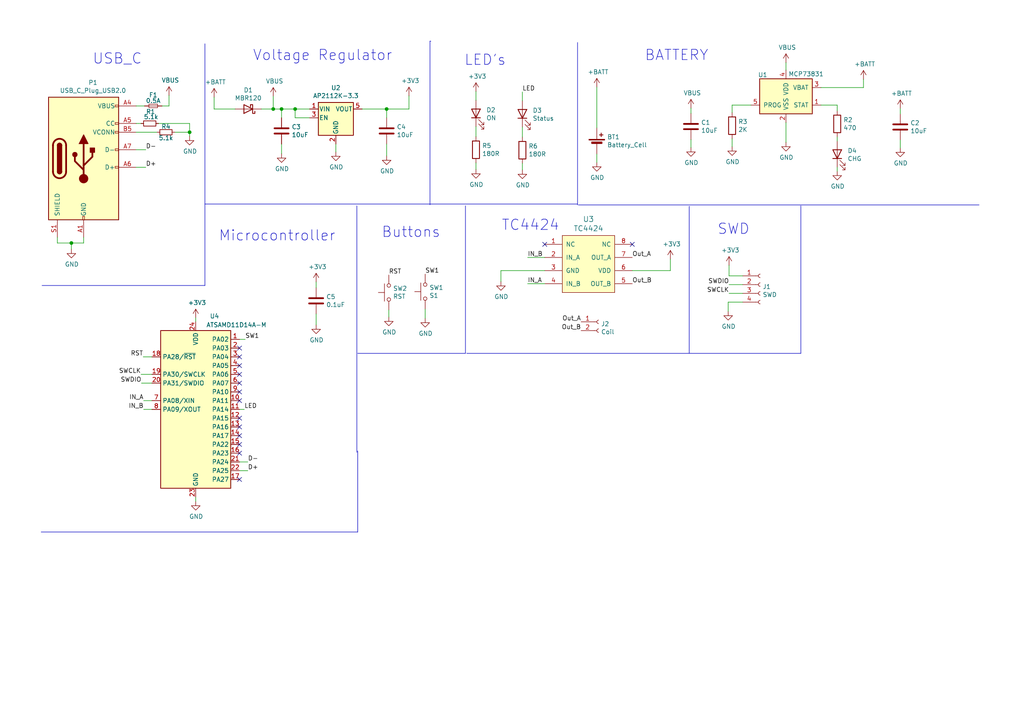
<source format=kicad_sch>
(kicad_sch (version 20230121) (generator eeschema)
  (paper "A4")
  (title_block (title "Magspoof V3") (date "2019-08-20") (rev "0.1v") (company "Electronic Cats") (comment 1 "Eduardo Contreras"))
  (lib_symbols
    (symbol "Connector:USB_C_Plug_USB2.0" (pin_names (offset 1.016))
      (property "Reference" "P" (at -10.16 19.05 0))
      (property "Value" "USB_C_Plug_USB2.0" (at 12.7 19.05 0))
      (symbol "USB_C_Plug_USB2.0_0_0"
        (rectangle (start -0.254 -17.78) (end 0.254 -16.764))
        (rectangle (start 10.16 -2.286) (end 9.144 -2.794))
        (rectangle (start 10.16 2.794) (end 9.144 2.286))
        (rectangle (start 10.16 7.874) (end 9.144 7.366))
        (rectangle (start 10.16 10.414) (end 9.144 9.906))
        (rectangle (start 10.16 15.494) (end 9.144 14.986))
      )
      (symbol "USB_C_Plug_USB2.0_0_1"
        (rectangle (start -10.16 17.78) (end 10.16 -17.78) (stroke (width 0.254)) (fill (type background)))
        (arc (start -8.89 -3.81) (mid -6.985 -5.7067) (end -5.08 -3.81) (stroke (width 0.508)))
        (arc (start -7.62 -3.81) (mid -6.985 -4.4423) (end -6.35 -3.81) (stroke (width 0.254)))
        (arc (start -7.62 -3.81) (mid -6.985 -4.4423) (end -6.35 -3.81) (stroke (width 0.254)) (fill (type outline)))
        (rectangle (start -7.62 -3.81) (end -6.35 3.81) (stroke (width 0.254)) (fill (type outline)))
        (arc (start -6.35 3.81) (mid -6.985 4.4423) (end -7.62 3.81) (stroke (width 0.254)))
        (arc (start -6.35 3.81) (mid -6.985 4.4423) (end -7.62 3.81) (stroke (width 0.254)) (fill (type outline)))
        (arc (start -5.08 3.81) (mid -6.985 5.7067) (end -8.89 3.81) (stroke (width 0.508)))
        (circle (center -2.54 1.143) (radius 0.635) (stroke (width 0.254)) (fill (type outline)))
        (circle (center 0 -5.842) (radius 1.27) (fill (type outline)))
        (polyline (pts (xy -8.89 -3.81) (xy -8.89 3.81)) (stroke (width 0.508)))
        (polyline (pts (xy -5.08 3.81) (xy -5.08 -3.81)) (stroke (width 0.508)))
        (polyline (pts (xy 0 -5.842) (xy 0 4.318)) (stroke (width 0.508)))
        (polyline (pts (xy 0 -3.302) (xy -2.54 -0.762) (xy -2.54 0.508)) (stroke (width 0.508)))
        (polyline (pts (xy 0 -2.032) (xy 2.54 0.508) (xy 2.54 1.778)) (stroke (width 0.508)))
        (polyline (pts (xy -1.27 4.318) (xy 0 6.858) (xy 1.27 4.318) (xy -1.27 4.318)) (stroke (width 0.254)) (fill (type outline)))
        (rectangle (start 1.905 1.778) (end 3.175 3.048) (stroke (width 0.254)) (fill (type outline)))
      )
      (symbol "USB_C_Plug_USB2.0_1_1"
        (pin passive line (at 0 -22.86 90) (length 5.08) (name "GND") (number "A1"))
        (pin passive line (at 0 -22.86 90) (length 5.08) hide (name "GND") (number "A12"))
        (pin passive line (at 15.24 15.24 180) (length 5.08) (name "VBUS") (number "A4"))
        (pin bidirectional line (at 15.24 10.16 180) (length 5.08) (name "CC") (number "A5"))
        (pin bidirectional line (at 15.24 -2.54 180) (length 5.08) (name "D+") (number "A6"))
        (pin bidirectional line (at 15.24 2.54 180) (length 5.08) (name "D-") (number "A7"))
        (pin passive line (at 15.24 15.24 180) (length 5.08) hide (name "VBUS") (number "A9"))
        (pin passive line (at 0 -22.86 90) (length 5.08) hide (name "GND") (number "B1"))
        (pin passive line (at 0 -22.86 90) (length 5.08) hide (name "GND") (number "B12"))
        (pin passive line (at 15.24 15.24 180) (length 5.08) hide (name "VBUS") (number "B4"))
        (pin bidirectional line (at 15.24 7.62 180) (length 5.08) (name "VCONN") (number "B5"))
        (pin passive line (at 15.24 15.24 180) (length 5.08) hide (name "VBUS") (number "B9"))
        (pin passive line (at -7.62 -22.86 90) (length 5.08) (name "SHIELD") (number "S1"))
      )
    )
    (symbol "Device:Battery_Cell" (pin_numbers hide) (pin_names (offset 0) hide)
      (property "Reference" "BT" (at 2.54 2.54 0))
      (property "Value" "Battery_Cell" (at 2.54 0 0))
      (symbol "Battery_Cell_0_1"
        (rectangle (start -2.286 1.778) (end 2.286 1.524) (fill (type outline)))
        (rectangle (start -1.524 1.016) (end 1.524 0.508) (fill (type outline)))
        (polyline (pts (xy 0 0.762) (xy 0 0)))
        (polyline (pts (xy 0 1.778) (xy 0 2.54)))
        (polyline (pts (xy 0.762 3.048) (xy 1.778 3.048)) (stroke (width 0.254)))
        (polyline (pts (xy 1.27 3.556) (xy 1.27 2.54)) (stroke (width 0.254)))
      )
      (symbol "Battery_Cell_1_1"
        (pin passive line (at 0 5.08 270) (length 2.54) (name "+") (number "1"))
        (pin passive line (at 0 -2.54 90) (length 2.54) (name "-") (number "2"))
      )
    )
    (symbol "Device:C" (pin_numbers hide) (pin_names (offset 0.254))
      (property "Reference" "C" (at 0.635 2.54 0))
      (property "Value" "C" (at 0.635 -2.54 0))
      (symbol "C_0_1"
        (polyline (pts (xy -2.032 -0.762) (xy 2.032 -0.762)) (stroke (width 0.508)))
        (polyline (pts (xy -2.032 0.762) (xy 2.032 0.762)) (stroke (width 0.508)))
      )
      (symbol "C_1_1"
        (pin passive line (at 0 3.81 270) (length 2.794) (name "~") (number "1"))
        (pin passive line (at 0 -3.81 90) (length 2.794) (name "~") (number "2"))
      )
    )
    (symbol "Device:D_Schottky" (pin_numbers hide) (pin_names (offset 1.016) hide)
      (property "Reference" "D" (at 0 2.54 0))
      (property "Value" "D_Schottky" (at 0 -2.54 0))
      (symbol "D_Schottky_0_1"
        (polyline (pts (xy 1.27 0) (xy -1.27 0)))
        (polyline (pts (xy 1.27 1.27) (xy 1.27 -1.27) (xy -1.27 0) (xy 1.27 1.27)) (stroke (width 0.254)))
        (polyline (pts (xy -1.905 0.635) (xy -1.905 1.27) (xy -1.27 1.27) (xy -1.27 -1.27) (xy -0.635 -1.27) (xy -0.635 -0.635)) (stroke (width 0.254)))
      )
      (symbol "D_Schottky_1_1"
        (pin passive line (at -3.81 0 0) (length 2.54) (name "K") (number "1"))
        (pin passive line (at 3.81 0 180) (length 2.54) (name "A") (number "2"))
      )
    )
    (symbol "Device:Fuse_Small" (pin_numbers hide) (pin_names (offset 0.254) hide)
      (property "Reference" "F" (at 0 -1.524 0))
      (property "Value" "Fuse_Small" (at 0 1.524 0))
      (symbol "Fuse_Small_0_1"
        (rectangle (start -1.27 0.508) (end 1.27 -0.508))
        (polyline (pts (xy -1.27 0) (xy 1.27 0)))
      )
      (symbol "Fuse_Small_1_1"
        (pin passive line (at -2.54 0 0) (length 1.27) (name "~") (number "1"))
        (pin passive line (at 2.54 0 180) (length 1.27) (name "~") (number "2"))
      )
    )
    (symbol "Device:LED" (pin_numbers hide) (pin_names (offset 1.016) hide)
      (property "Reference" "D" (at 0 2.54 0))
      (property "Value" "LED" (at 0 -2.54 0))
      (symbol "LED_0_1"
        (polyline (pts (xy -1.27 -1.27) (xy -1.27 1.27)) (stroke (width 0.254)))
        (polyline (pts (xy -1.27 0) (xy 1.27 0)))
        (polyline (pts (xy 1.27 -1.27) (xy 1.27 1.27) (xy -1.27 0) (xy 1.27 -1.27)) (stroke (width 0.254)))
        (polyline (pts (xy -3.048 -0.762) (xy -4.572 -2.286) (xy -3.81 -2.286) (xy -4.572 -2.286) (xy -4.572 -1.524)))
        (polyline (pts (xy -1.778 -0.762) (xy -3.302 -2.286) (xy -2.54 -2.286) (xy -3.302 -2.286) (xy -3.302 -1.524)))
      )
      (symbol "LED_1_1"
        (pin passive line (at -3.81 0 0) (length 2.54) (name "K") (number "1"))
        (pin passive line (at 3.81 0 180) (length 2.54) (name "A") (number "2"))
      )
    )
    (symbol "Device:R" (pin_numbers hide) (pin_names (offset 0))
      (property "Reference" "R" (at 2.032 0 90))
      (property "Value" "R" (at 0 0 90))
      (symbol "R_0_1"
        (rectangle (start -1.016 -2.54) (end 1.016 2.54) (stroke (width 0.254)))
      )
      (symbol "R_1_1"
        (pin passive line (at 0 3.81 270) (length 1.27) (name "~") (number "1"))
        (pin passive line (at 0 -3.81 90) (length 1.27) (name "~") (number "2"))
      )
    )
    (symbol "Device:R_Small" (pin_numbers hide) (pin_names (offset 0.254) hide)
      (property "Reference" "R" (at 0.762 0.508 0))
      (property "Value" "R_Small" (at 0.762 -1.016 0))
      (symbol "R_Small_0_1"
        (rectangle (start -0.762 1.778) (end 0.762 -1.778) (stroke (width 0.2032)))
      )
      (symbol "R_Small_1_1"
        (pin passive line (at 0 2.54 270) (length 0.762) (name "~") (number "1"))
        (pin passive line (at 0 -2.54 90) (length 0.762) (name "~") (number "2"))
      )
    )
    (symbol "MCU_Microchip_SAMD:ATSAMD11D14A-M"
      (property "Reference" "U" (at -10.16 24.13 0))
      (property "Value" "ATSAMD11D14A-M" (at 1.27 24.13 0))
      (symbol "ATSAMD11D14A-M_0_1"
        (rectangle (start -10.16 22.86) (end 10.16 -22.86) (stroke (width 0.254)) (fill (type background)))
      )
      (symbol "ATSAMD11D14A-M_1_1"
        (pin bidirectional line (at 12.7 20.32 180) (length 2.54) (name "PA02") (number "1"))
        (pin bidirectional line (at 12.7 2.54 180) (length 2.54) (name "PA11") (number "10"))
        (pin bidirectional line (at 12.7 0 180) (length 2.54) (name "PA14") (number "11"))
        (pin bidirectional line (at 12.7 -2.54 180) (length 2.54) (name "PA15") (number "12"))
        (pin bidirectional line (at 12.7 -5.08 180) (length 2.54) (name "PA16") (number "13"))
        (pin bidirectional line (at 12.7 -7.62 180) (length 2.54) (name "PA17") (number "14"))
        (pin bidirectional line (at 12.7 -10.16 180) (length 2.54) (name "PA22") (number "15"))
        (pin bidirectional line (at 12.7 -12.7 180) (length 2.54) (name "PA23") (number "16"))
        (pin bidirectional line (at 12.7 -20.32 180) (length 2.54) (name "PA27") (number "17"))
        (pin bidirectional line (at -12.7 15.24 0) (length 2.54) (name "PA28/~{RST}") (number "18"))
        (pin bidirectional line (at -12.7 10.16 0) (length 2.54) (name "PA30/SWCLK") (number "19"))
        (pin bidirectional line (at 12.7 17.78 180) (length 2.54) (name "PA03") (number "2"))
        (pin bidirectional line (at -12.7 7.62 0) (length 2.54) (name "PA31/SWDIO") (number "20"))
        (pin bidirectional line (at 12.7 -15.24 180) (length 2.54) (name "PA24") (number "21"))
        (pin bidirectional line (at 12.7 -17.78 180) (length 2.54) (name "PA25") (number "22"))
        (pin power_in line (at 0 -25.4 90) (length 2.54) (name "GND") (number "23"))
        (pin power_in line (at 0 25.4 270) (length 2.54) (name "VDD") (number "24"))
        (pin bidirectional line (at 12.7 15.24 180) (length 2.54) (name "PA04") (number "3"))
        (pin bidirectional line (at 12.7 12.7 180) (length 2.54) (name "PA05") (number "4"))
        (pin bidirectional line (at 12.7 10.16 180) (length 2.54) (name "PA06") (number "5"))
        (pin bidirectional line (at 12.7 7.62 180) (length 2.54) (name "PA07") (number "6"))
        (pin bidirectional line (at -12.7 2.54 0) (length 2.54) (name "PA08/XIN") (number "7"))
        (pin bidirectional line (at -12.7 0 0) (length 2.54) (name "PA09/XOUT") (number "8"))
        (pin bidirectional line (at 12.7 5.08 180) (length 2.54) (name "PA10") (number "9"))
      )
    )
    (symbol "Magspoof_V3-rescue:AP2112K-3.3-Regulator_Linear" (pin_names (offset 0.254))
      (property "Reference" "U" (at -5.08 5.715 0))
      (property "Value" "AP2112K-3.3-Regulator_Linear" (at 0 5.715 0))
      (symbol "AP2112K-3.3-Regulator_Linear_0_1"
        (rectangle (start -5.08 4.445) (end 5.08 -5.08) (stroke (width 0.254)) (fill (type background)))
      )
      (symbol "AP2112K-3.3-Regulator_Linear_1_1"
        (pin power_in line (at -7.62 2.54 0) (length 2.54) (name "VIN") (number "1"))
        (pin power_in line (at 0 -7.62 90) (length 2.54) (name "GND") (number "2"))
        (pin input line (at -7.62 0 0) (length 2.54) (name "EN") (number "3"))
        (pin no_connect line (at 7.62 0 180) (length 2.54) hide (name "NC") (number "4"))
        (pin power_out line (at 7.62 2.54 180) (length 2.54) (name "VOUT") (number "5"))
      )
    )
    (symbol "Magspoof_V3-rescue:Conn_01x02_Female-Connector" (pin_names (offset 1.016) hide)
      (property "Reference" "J" (at 0 2.54 0))
      (property "Value" "Connector_Conn_01x02_Female" (at 0 -5.08 0))
      (symbol "Conn_01x02_Female-Connector_1_1"
        (arc (start 0 -2.032) (mid -0.5058 -2.54) (end 0 -3.048) (stroke (width 0.1524)))
        (polyline (pts (xy -1.27 -2.54) (xy -0.508 -2.54)) (stroke (width 0.1524)))
        (polyline (pts (xy -1.27 0) (xy -0.508 0)) (stroke (width 0.1524)))
        (arc (start 0 0.508) (mid -0.5058 0) (end 0 -0.508) (stroke (width 0.1524)))
        (pin passive line (at -5.08 0 0) (length 3.81) (name "Pin_1") (number "1"))
        (pin passive line (at -5.08 -2.54 0) (length 3.81) (name "Pin_2") (number "2"))
      )
    )
    (symbol "Magspoof_V3-rescue:Conn_01x04_Female-Connector" (pin_names (offset 1.016) hide)
      (property "Reference" "J" (at 0 5.08 0))
      (property "Value" "Connector_Conn_01x04_Female" (at 0 -7.62 0))
      (symbol "Conn_01x04_Female-Connector_1_1"
        (arc (start 0 -4.572) (mid -0.5058 -5.08) (end 0 -5.588) (stroke (width 0.1524)))
        (arc (start 0 -2.032) (mid -0.5058 -2.54) (end 0 -3.048) (stroke (width 0.1524)))
        (polyline (pts (xy -1.27 -5.08) (xy -0.508 -5.08)) (stroke (width 0.1524)))
        (polyline (pts (xy -1.27 -2.54) (xy -0.508 -2.54)) (stroke (width 0.1524)))
        (polyline (pts (xy -1.27 0) (xy -0.508 0)) (stroke (width 0.1524)))
        (polyline (pts (xy -1.27 2.54) (xy -0.508 2.54)) (stroke (width 0.1524)))
        (arc (start 0 0.508) (mid -0.5058 0) (end 0 -0.508) (stroke (width 0.1524)))
        (arc (start 0 3.048) (mid -0.5058 2.54) (end 0 2.032) (stroke (width 0.1524)))
        (pin passive line (at -5.08 2.54 0) (length 3.81) (name "Pin_1") (number "1"))
        (pin passive line (at -5.08 0 0) (length 3.81) (name "Pin_2") (number "2"))
        (pin passive line (at -5.08 -2.54 0) (length 3.81) (name "Pin_3") (number "3"))
        (pin passive line (at -5.08 -5.08 0) (length 3.81) (name "Pin_4") (number "4"))
      )
    )
    (symbol "Magspoof_V3-rescue:MCP73831-2-OT-Battery_Management" (pin_names (offset 1.016))
      (property "Reference" "U" (at -7.62 6.35 0))
      (property "Value" "Battery_Management_MCP73831-2-OT" (at 1.27 6.35 0))
      (symbol "MCP73831-2-OT-Battery_Management_0_1"
        (rectangle (start -7.62 5.08) (end 7.62 -5.08) (stroke (width 0.254)) (fill (type background)))
      )
      (symbol "MCP73831-2-OT-Battery_Management_1_1"
        (pin output line (at 10.16 -2.54 180) (length 2.54) (name "STAT") (number "1"))
        (pin power_in line (at 0 -7.62 90) (length 2.54) (name "VSS") (number "2"))
        (pin power_out line (at 10.16 2.54 180) (length 2.54) (name "VBAT") (number "3"))
        (pin power_in line (at 0 7.62 270) (length 2.54) (name "VDD") (number "4"))
        (pin input line (at -10.16 -2.54 0) (length 2.54) (name "PROG") (number "5"))
      )
    )
    (symbol "Magspoof_V3-rescue:TC4424-electroniccats" (pin_names (offset 1.016))
      (property "Reference" "U" (at -7.62 10.16 0))
      (property "Value" "TC4424-electroniccats" (at 3.81 10.16 0))
      (symbol "TC4424-electroniccats_0_1"
        (rectangle (start -7.62 8.89) (end 7.62 -7.62) (fill (type background)))
      )
      (symbol "TC4424-electroniccats_1_1"
        (pin input line (at -12.7 6.35 0) (length 5.08) (name "NC") (number "1"))
        (pin input line (at -12.7 2.54 0) (length 5.08) (name "IN_A") (number "2"))
        (pin input line (at -12.7 -1.27 0) (length 5.08) (name "GND") (number "3"))
        (pin input line (at -12.7 -5.08 0) (length 5.08) (name "IN_B") (number "4"))
        (pin input line (at 12.7 -5.08 180) (length 5.08) (name "OUT_B") (number "5"))
        (pin input line (at 12.7 -1.27 180) (length 5.08) (name "VDD") (number "6"))
        (pin input line (at 12.7 2.54 180) (length 5.08) (name "OUT_A") (number "7"))
        (pin input line (at 12.7 6.35 180) (length 5.08) (name "NC") (number "8"))
      )
    )
    (symbol "Switch:SW_Push" (pin_numbers hide) (pin_names (offset 1.016) hide)
      (property "Reference" "SW" (at 1.27 2.54 0))
      (property "Value" "SW_Push" (at 0 -1.524 0))
      (symbol "SW_Push_0_1"
        (circle (center -2.032 0) (radius 0.508))
        (polyline (pts (xy 0 1.27) (xy 0 3.048)))
        (polyline (pts (xy 2.54 1.27) (xy -2.54 1.27)))
        (circle (center 2.032 0) (radius 0.508))
        (pin passive line (at -5.08 0 0) (length 2.54) (name "1") (number "1"))
        (pin passive line (at 5.08 0 180) (length 2.54) (name "2") (number "2"))
      )
    )
    (symbol "power:+3V3" (power) (pin_names (offset 0))
      (property "Value" "+3V3" (at 0 3.556 0))
      (symbol "+3V3_0_1"
        (polyline (pts (xy -0.762 1.27) (xy 0 2.54)))
        (polyline (pts (xy 0 0) (xy 0 2.54)))
        (polyline (pts (xy 0 2.54) (xy 0.762 1.27)))
      )
      (symbol "+3V3_1_1"
        (pin power_in line (at 0 0 90) (length 0) hide (name "+3V3") (number "1"))
      )
    )
    (symbol "power:+BATT" (power) (pin_names (offset 0))
      (property "Value" "+BATT" (at 0 3.556 0))
      (symbol "+BATT_0_1"
        (polyline (pts (xy -0.762 1.27) (xy 0 2.54)))
        (polyline (pts (xy 0 0) (xy 0 2.54)))
        (polyline (pts (xy 0 2.54) (xy 0.762 1.27)))
      )
      (symbol "+BATT_1_1"
        (pin power_in line (at 0 0 90) (length 0) hide (name "+BATT") (number "1"))
      )
    )
    (symbol "power:GND" (power) (pin_names (offset 0))
      (property "Value" "GND" (at 0 -3.81 0))
      (symbol "GND_0_1"
        (polyline (pts (xy 0 0) (xy 0 -1.27) (xy 1.27 -1.27) (xy 0 -2.54) (xy -1.27 -1.27) (xy 0 -1.27)))
      )
      (symbol "GND_1_1"
        (pin power_in line (at 0 0 270) (length 0) hide (name "GND") (number "1"))
      )
    )
    (symbol "power:VBUS" (power) (pin_names (offset 0))
      (property "Value" "VBUS" (at 0 3.81 0))
      (symbol "VBUS_0_1"
        (polyline (pts (xy -0.762 1.27) (xy 0 2.54)))
        (polyline (pts (xy 0 0) (xy 0 2.54)))
        (polyline (pts (xy 0 2.54) (xy 0.762 1.27)))
      )
      (symbol "VBUS_1_1"
        (pin power_in line (at 0 0 90) (length 0) hide (name "VBUS") (number "1"))
      )
    )
  )
  (junction (at 112.141 31.623))
  (junction (at 79.248 31.623))
  (junction (at 81.661 31.623))
  (junction (at 20.701 70.485))
  (junction (at 85.598 31.623))
  (junction (at 54.991 38.354))
  (no_connect (at 69.469 116.205))
  (no_connect (at 69.469 139.065))
  (no_connect (at 183.388 70.866))
  (no_connect (at 69.469 113.665))
  (no_connect (at 69.469 108.585))
  (no_connect (at 69.469 106.045))
  (no_connect (at 69.469 121.285))
  (no_connect (at 69.469 123.825))
  (no_connect (at 69.469 128.905))
  (no_connect (at 69.469 126.365))
  (no_connect (at 69.469 111.125))
  (no_connect (at 69.469 131.445))
  (no_connect (at 69.469 103.505))
  (no_connect (at 157.988 70.866))
  (no_connect (at 69.469 100.965))
  (wire (pts (xy 194.437 78.486) (xy 183.388 78.486)))
  (wire (pts (xy 173.101 47.117) (xy 173.101 44.704)))
  (wire (pts (xy 215.392 80.01) (xy 211.455 80.01)))
  (wire (pts (xy 173.101 25.273) (xy 173.101 37.084)))
  (polyline (pts (xy 124.714 59.436) (xy 124.714 11.938)))
  (wire (pts (xy 250.444 25.4) (xy 238.125 25.4)))
  (wire (pts (xy 211.201 87.63) (xy 215.392 87.63)))
  (wire (pts (xy 56.769 145.415) (xy 56.769 144.145)))
  (polyline (pts (xy 103.759 130.81) (xy 103.759 154.305)))
  (polyline (pts (xy 167.767 59.436) (xy 283.972 59.436)))
  (polyline (pts (xy 103.759 102.489) (xy 135.001 102.489)))
  (wire (pts (xy 211.201 90.297) (xy 211.201 87.63)))
  (polyline (pts (xy 12.192 82.804) (xy 59.436 82.804)))
  (polyline (pts (xy 124.714 11.938) (xy 124.968 11.938)))
  (wire (pts (xy 24.257 70.485) (xy 20.701 70.485)))
  (wire (pts (xy 62.103 31.623) (xy 68.199 31.623)))
  (wire (pts (xy 212.344 42.545) (xy 212.344 40.259)))
  (polyline (pts (xy 135.382 102.489) (xy 199.898 102.489)))
  (wire (pts (xy 138.049 26.543) (xy 138.049 29.083)))
  (polyline (pts (xy 199.898 102.489) (xy 199.898 59.817)))
  (wire (pts (xy 41.529 103.505) (xy 44.069 103.505)))
  (wire (pts (xy 89.789 34.163) (xy 85.598 34.163)))
  (wire (pts (xy 112.141 31.623) (xy 105.029 31.623)))
  (wire (pts (xy 151.511 47.371) (xy 151.511 49.276)))
  (wire (pts (xy 81.661 31.623) (xy 79.248 31.623)))
  (wire (pts (xy 200.406 31.369) (xy 200.406 32.893)))
  (polyline (pts (xy 103.505 131.191) (xy 103.505 59.69)))
  (wire (pts (xy 44.069 116.205) (xy 41.656 116.205)))
  (wire (pts (xy 49.022 30.734) (xy 49.022 27.686)))
  (polyline (pts (xy 59.436 12.7) (xy 59.436 82.804)))
  (wire (pts (xy 89.789 31.623) (xy 85.598 31.623)))
  (wire (pts (xy 138.049 47.244) (xy 138.049 49.149)))
  (polyline (pts (xy 167.513 59.182) (xy 59.436 59.182)))
  (wire (pts (xy 41.021 111.125) (xy 44.069 111.125)))
  (wire (pts (xy 24.257 68.834) (xy 24.257 70.485)))
  (wire (pts (xy 71.12 98.425) (xy 69.469 98.425)))
  (wire (pts (xy 145.288 81.661) (xy 145.288 78.486)))
  (wire (pts (xy 41.91 30.734) (xy 39.497 30.734)))
  (wire (pts (xy 46.99 30.734) (xy 49.022 30.734)))
  (wire (pts (xy 151.511 26.67) (xy 151.511 29.21)))
  (wire (pts (xy 118.618 31.623) (xy 112.141 31.623)))
  (wire (pts (xy 81.661 41.783) (xy 81.661 44.577)))
  (polyline (pts (xy 167.513 59.436) (xy 167.513 12.319)))
  (wire (pts (xy 45.974 35.814) (xy 54.991 35.814)))
  (wire (pts (xy 153.035 74.676) (xy 157.988 74.676)))
  (wire (pts (xy 112.141 34.163) (xy 112.141 31.623)))
  (wire (pts (xy 91.694 81.788) (xy 91.694 83.439)))
  (polyline (pts (xy 200.025 102.489) (xy 232.283 102.489)))
  (polyline (pts (xy 135.001 102.489) (xy 135.001 59.69)))
  (wire (pts (xy 50.673 38.354) (xy 54.991 38.354)))
  (wire (pts (xy 45.593 38.354) (xy 39.497 38.354)))
  (wire (pts (xy 81.661 34.163) (xy 81.661 31.623)))
  (wire (pts (xy 211.455 82.55) (xy 215.392 82.55)))
  (wire (pts (xy 39.497 35.814) (xy 40.894 35.814)))
  (wire (pts (xy 79.248 31.623) (xy 79.248 27.94)))
  (wire (pts (xy 153.035 82.296) (xy 157.988 82.296)))
  (wire (pts (xy 40.894 108.585) (xy 44.069 108.585)))
  (wire (pts (xy 54.991 35.814) (xy 54.991 38.354)))
  (wire (pts (xy 91.694 94.234) (xy 91.694 91.059)))
  (wire (pts (xy 112.776 91.948) (xy 112.776 89.916)))
  (wire (pts (xy 71.882 136.525) (xy 69.469 136.525)))
  (wire (pts (xy 62.103 28.194) (xy 62.103 31.623)))
  (wire (pts (xy 71.882 133.985) (xy 69.469 133.985)))
  (wire (pts (xy 250.444 22.987) (xy 250.444 25.4)))
  (wire (pts (xy 85.598 34.163) (xy 85.598 31.623)))
  (wire (pts (xy 118.618 27.813) (xy 118.618 31.623)))
  (wire (pts (xy 242.824 39.751) (xy 242.824 40.894)))
  (wire (pts (xy 42.291 48.514) (xy 39.497 48.514)))
  (wire (pts (xy 123.317 92.329) (xy 123.317 89.662)))
  (wire (pts (xy 242.824 32.131) (xy 242.824 30.48)))
  (wire (pts (xy 79.248 31.623) (xy 75.819 31.623)))
  (wire (pts (xy 56.769 93.345) (xy 56.769 92.202)))
  (wire (pts (xy 215.392 85.09) (xy 211.455 85.09)))
  (wire (pts (xy 42.291 43.434) (xy 39.497 43.434)))
  (wire (pts (xy 194.437 75.184) (xy 194.437 78.486)))
  (wire (pts (xy 16.637 70.485) (xy 20.701 70.485)))
  (wire (pts (xy 44.069 118.745) (xy 41.656 118.745)))
  (polyline (pts (xy 232.283 102.489) (xy 232.283 59.69)))
  (wire (pts (xy 54.991 38.354) (xy 54.991 39.497)))
  (wire (pts (xy 138.049 36.703) (xy 138.049 39.624)))
  (polyline (pts (xy 103.759 154.305) (xy 11.938 154.305)))
  (wire (pts (xy 217.805 30.48) (xy 212.344 30.48)))
  (wire (pts (xy 200.406 42.799) (xy 200.406 40.513)))
  (wire (pts (xy 242.824 30.48) (xy 238.125 30.48)))
  (wire (pts (xy 261.112 42.926) (xy 261.112 40.64)))
  (wire (pts (xy 16.637 68.834) (xy 16.637 70.485)))
  (wire (pts (xy 70.866 118.745) (xy 69.469 118.745)))
  (wire (pts (xy 211.455 80.01) (xy 211.455 76.962)))
  (wire (pts (xy 242.824 48.514) (xy 242.824 49.657)))
  (wire (pts (xy 145.288 78.486) (xy 157.988 78.486)))
  (wire (pts (xy 112.141 45.212) (xy 112.141 41.783)))
  (wire (pts (xy 20.701 70.485) (xy 20.701 72.263)))
  (wire (pts (xy 261.112 31.496) (xy 261.112 33.02)))
  (wire (pts (xy 85.598 31.623) (xy 81.661 31.623)))
  (wire (pts (xy 212.344 30.48) (xy 212.344 32.639)))
  (wire (pts (xy 227.965 18.161) (xy 227.965 20.32)))
  (wire (pts (xy 151.511 36.83) (xy 151.511 39.751)))
  (wire (pts (xy 97.409 44.069) (xy 97.409 41.783)))
  (wire (pts (xy 227.965 35.56) (xy 227.965 41.275)))
  (text "SWD" (at 208.026 68.326 0) (effects (font (size 2.9972 2.9972)) (justify left bottom)))
  (text "USB_C" (at 26.797 18.923 0) (effects (font (size 2.9972 2.9972)) (justify left bottom)))
  (text "BATTERY\n" (at 186.944 17.907 0) (effects (font (size 2.9972 2.9972)) (justify left bottom)))
  (text "Voltage Regulator" (at 73.279 17.907 0) (effects (font (size 2.9972 2.9972)) (justify left bottom)))
  (text "TC4424" (at 145.415 67.183 0) (effects (font (size 2.9972 2.9972)) (justify left bottom)))
  (text "Buttons" (at 110.617 69.215 0) (effects (font (size 2.9972 2.9972)) (justify left bottom)))
  (text "LED's" (at 134.62 19.304 0) (effects (font (size 2.9972 2.9972)) (justify left bottom)))
  (text "Microcontroller" (at 63.373 70.231 0) (effects (font (size 2.9972 2.9972)) (justify left bottom)))
  (label "IN_A" (at 41.656 116.205 180))
  (label "D-" (at 71.882 133.985 0))
  (label "Out_A" (at 168.529 93.345 180))
  (label "SWCLK" (at 40.894 108.585 180))
  (label "SWDIO" (at 211.455 82.55 180))
  (label "D+" (at 42.291 48.514 0))
  (label "D-" (at 42.291 43.434 0))
  (label "SWCLK" (at 211.455 85.09 180))
  (label "SWDIO" (at 41.021 111.125 180))
  (label "IN_B" (at 41.656 118.745 180))
  (label "Out_B" (at 183.388 82.296 0))
  (label "LED" (at 70.866 118.745 0))
  (label "RST" (at 112.776 79.756 0))
  (label "LED" (at 151.511 26.67 0))
  (label "SW1" (at 123.317 79.502 0))
  (label "D+" (at 71.882 136.525 0))
  (label "IN_A" (at 153.035 82.296 0))
  (label "Out_A" (at 183.388 74.676 0))
  (label "IN_B" (at 153.035 74.676 0))
  (label "RST" (at 41.529 103.505 180))
  (label "SW1" (at 71.12 98.425 0))
  (label "Out_B" (at 168.529 95.885 180))
  (symbol (lib_id "Device:Battery_Cell") (at 173.101 42.164 0) (unit 1)
    (property "Reference" "BT1" (at 176.0982 39.7256 0) (effects (justify left)))
    (property "Value" "Battery_Cell" (at 176.0982 42.037 0) (effects (justify left)))
    (property "Footprint" "Connector_PinHeader_2.54mm:PinHeader_1x02_P2.54mm_Vertical" (effects hide))
    (property "manf#" "-" (effects hide))
  )
  (symbol (lib_id "Magspoof_V3-rescue:TC4424-electroniccats") (at 170.688 77.216 0) (unit 1)
    (property "Reference" "U3" (at 170.688 63.5762 0) (effects (font (size 1.524 1.524))))
    (property "Value" "TC4424" (at 170.688 66.2686 0) (effects (font (size 1.524 1.524))))
    (property "Footprint" "magspoof:TC4424EMF" (effects hide))
    (property "Datasheet" "https://www.mouser.mx/datasheet/2/268/21998b-53545.pdf" (effects hide))
  )
  (symbol (lib_id "Switch:SW_Push") (at 112.776 84.836 90) (unit 1)
    (property "Reference" "SW2" (at 113.9952 83.6676 90) (effects (justify right)))
    (property "Value" "RST" (at 113.9952 85.979 90) (effects (justify right)))
    (property "Footprint" "Button_Switch_SMD:SW_SPST_TL3342" (effects hide))
    (property "manf#" "-" (effects hide))
  )
  (symbol (lib_id "Switch:SW_Push") (at 123.317 84.582 90) (unit 1)
    (property "Reference" "SW1" (at 124.5362 83.4136 90) (effects (justify right)))
    (property "Value" "S1" (at 124.5362 85.725 90) (effects (justify right)))
    (property "Footprint" "Button_Switch_SMD:SW_SPST_TL3342" (effects hide))
    (property "manf#" "-" (effects hide))
  )
  (symbol (lib_id "power:GND") (at 173.101 47.117 0) (unit 1)
    (property "Reference" "#PWR019" (effects hide))
    (property "Value" "GND" (at 173.228 51.5112 0))
  )
  (symbol (lib_id "power:GND") (at 112.776 91.948 0) (unit 1)
    (property "Reference" "#PWR029" (effects hide))
    (property "Value" "GND" (at 112.903 96.3422 0))
  )
  (symbol (lib_id "Magspoof_V3-rescue:AP2112K-3.3-Regulator_Linear") (at 97.409 34.163 0) (unit 1)
    (property "Reference" "U2" (at 97.409 25.4762 0))
    (property "Value" "AP2112K-3.3" (at 97.409 27.7876 0))
    (property "Footprint" "Package_TO_SOT_SMD:SOT-23-5" (effects hide))
    (property "Datasheet" "https://www.diodes.com/assets/Datasheets/AP2112.pdf" (effects hide))
    (property "manf#" "AP2112K-3.3" (effects hide))
  )
  (symbol (lib_id "power:VBUS") (at 79.248 27.94 0) (unit 1)
    (property "Reference" "#PWR07" (effects hide))
    (property "Value" "VBUS" (at 79.629 23.5458 0))
  )
  (symbol (lib_id "power:+3V3") (at 118.618 27.813 0) (unit 1)
    (property "Reference" "#PWR06" (effects hide))
    (property "Value" "+3V3" (at 118.999 23.4188 0))
  )
  (symbol (lib_id "power:GND") (at 97.409 44.069 0) (unit 1)
    (property "Reference" "#PWR016" (effects hide))
    (property "Value" "GND" (at 97.536 48.4632 0))
  )
  (symbol (lib_id "Device:C") (at 112.141 37.973 0) (unit 1)
    (property "Reference" "C4" (at 115.062 36.8046 0) (effects (justify left)))
    (property "Value" "10uF" (at 115.062 39.116 0) (effects (justify left)))
    (property "Footprint" "Capacitor_SMD:C_0805_2012Metric_Pad1.15x1.40mm_HandSolder" (effects hide))
    (property "manf#" "CL21A106KOQNNNG" (effects hide))
  )
  (symbol (lib_id "Device:C") (at 81.661 37.973 0) (unit 1)
    (property "Reference" "C3" (at 84.582 36.8046 0) (effects (justify left)))
    (property "Value" "10uF" (at 84.582 39.116 0) (effects (justify left)))
    (property "Footprint" "Capacitor_SMD:C_0805_2012Metric_Pad1.15x1.40mm_HandSolder" (effects hide))
    (property "manf#" "CL21A106KOQNNNG" (effects hide))
  )
  (symbol (lib_id "power:GND") (at 81.661 44.577 0) (unit 1)
    (property "Reference" "#PWR017" (effects hide))
    (property "Value" "GND" (at 81.788 48.9712 0))
  )
  (symbol (lib_id "power:GND") (at 112.141 45.212 0) (unit 1)
    (property "Reference" "#PWR018" (effects hide))
    (property "Value" "GND" (at 112.268 49.6062 0))
  )
  (symbol (lib_id "Magspoof_V3-rescue:MCP73831-2-OT-Battery_Management") (at 227.965 27.94 0) (unit 1)
    (property "Reference" "U1" (at 221.234 21.717 0))
    (property "Value" "MCP73831" (at 233.807 21.463 0))
    (property "Footprint" "Package_TO_SOT_SMD:SOT-23-5" (effects hide))
    (property "Datasheet" "http://ww1.microchip.com/downloads/en/DeviceDoc/20001984g.pdf" (effects hide))
    (property "manf#" "MCP73831T-5ACI/OT\r" (effects hide))
  )
  (symbol (lib_id "power:+BATT") (at 173.101 25.273 0) (unit 1)
    (property "Reference" "#PWR03" (effects hide))
    (property "Value" "+BATT" (at 173.482 20.8788 0))
  )
  (symbol (lib_id "power:GND") (at 145.288 81.661 0) (unit 1)
    (property "Reference" "#PWR026" (effects hide))
    (property "Value" "GND" (at 145.415 86.0552 0))
  )
  (symbol (lib_id "power:+BATT") (at 250.444 22.987 0) (unit 1)
    (property "Reference" "#PWR02" (effects hide))
    (property "Value" "+BATT" (at 250.825 18.5928 0))
  )
  (symbol (lib_id "Device:C") (at 91.694 87.249 0) (unit 1)
    (property "Reference" "C5" (at 94.615 86.0806 0) (effects (justify left)))
    (property "Value" "0.1uF" (at 94.615 88.392 0) (effects (justify left)))
    (property "Footprint" "Capacitor_SMD:C_0805_2012Metric_Pad1.15x1.40mm_HandSolder" (effects hide))
    (property "manf#" "CL21F104ZBCNNNC" (effects hide))
  )
  (symbol (lib_id "power:+3V3") (at 91.694 81.788 0) (unit 1)
    (property "Reference" "#PWR027" (effects hide))
    (property "Value" "+3V3" (at 92.075 77.3938 0))
  )
  (symbol (lib_id "power:GND") (at 91.694 94.234 0) (unit 1)
    (property "Reference" "#PWR032" (effects hide))
    (property "Value" "GND" (at 91.821 98.6282 0))
  )
  (symbol (lib_id "power:GND") (at 123.317 92.329 0) (unit 1)
    (property "Reference" "#PWR031" (effects hide))
    (property "Value" "GND" (at 123.444 96.7232 0))
  )
  (symbol (lib_id "Device:D_Schottky") (at 72.009 31.623 180) (unit 1)
    (property "Reference" "D1" (at 72.009 26.1366 0))
    (property "Value" "MBR120" (at 72.009 28.448 0))
    (property "Footprint" "Diode_SMD:D_SOD-123" (effects hide))
    (property "manf#" "MBR120VLSFT3G" (effects hide))
  )
  (symbol (lib_id "power:+BATT") (at 62.103 28.194 0) (unit 1)
    (property "Reference" "#PWR08" (effects hide))
    (property "Value" "+BATT" (at 62.484 23.7998 0))
  )
  (symbol (lib_id "Magspoof_V3-rescue:Conn_01x02_Female-Connector") (at 173.609 93.345 0) (unit 1)
    (property "Reference" "J2" (at 174.3202 93.9546 0) (effects (justify left)))
    (property "Value" "Coil" (at 174.3202 96.266 0) (effects (justify left)))
    (property "Footprint" "Connector_PinHeader_2.54mm:PinHeader_1x02_P2.54mm_Vertical" (effects hide))
    (property "manf#" "-" (effects hide))
  )
  (symbol (lib_id "Magspoof_V3-rescue:Conn_01x04_Female-Connector") (at 220.472 82.55 0) (unit 1)
    (property "Reference" "J1" (at 221.1832 83.1596 0) (effects (justify left)))
    (property "Value" "SWD" (at 221.1832 85.471 0) (effects (justify left)))
    (property "Footprint" "Connector_PinHeader_2.54mm:PinHeader_1x04_P2.54mm_Vertical" (effects hide))
    (property "manf#" "-" (effects hide))
  )
  (symbol (lib_id "power:+3V3") (at 211.455 76.962 0) (unit 1)
    (property "Reference" "#PWR025" (effects hide))
    (property "Value" "+3V3" (at 211.836 72.5678 0))
  )
  (symbol (lib_id "power:GND") (at 211.201 90.297 0) (unit 1)
    (property "Reference" "#PWR028" (effects hide))
    (property "Value" "GND" (at 211.328 94.6912 0))
  )
  (symbol (lib_id "Device:R") (at 212.344 36.449 0) (unit 1)
    (property "Reference" "R3" (at 214.122 35.2806 0) (effects (justify left)))
    (property "Value" "2K" (at 214.122 37.592 0) (effects (justify left)))
    (property "Footprint" "Resistor_SMD:R_0805_2012Metric_Pad1.15x1.40mm_HandSolder" (effects hide))
    (property "manf#" "CRCW08052K20FKEAC" (effects hide))
  )
  (symbol (lib_id "power:GND") (at 227.965 41.275 0) (unit 1)
    (property "Reference" "#PWR012" (effects hide))
    (property "Value" "GND" (at 228.092 45.6692 0))
  )
  (symbol (lib_id "power:GND") (at 212.344 42.545 0) (unit 1)
    (property "Reference" "#PWR013" (effects hide))
    (property "Value" "GND" (at 212.471 46.9392 0))
  )
  (symbol (lib_id "Device:LED") (at 138.049 32.893 90) (unit 1)
    (property "Reference" "D2" (at 141.0462 31.9024 90) (effects (justify right)))
    (property "Value" "ON" (at 141.0462 34.2138 90) (effects (justify right)))
    (property "Footprint" "LED_SMD:LED_0805_2012Metric_Pad1.15x1.40mm_HandSolder" (effects hide))
    (property "manf#" "150080RS75000" (effects hide))
  )
  (symbol (lib_id "power:VBUS") (at 227.965 18.161 0) (unit 1)
    (property "Reference" "#PWR01" (effects hide))
    (property "Value" "VBUS" (at 228.346 13.7668 0))
  )
  (symbol (lib_id "Device:R") (at 138.049 43.434 0) (unit 1)
    (property "Reference" "R5" (at 139.827 42.2656 0) (effects (justify left)))
    (property "Value" "180R" (at 139.827 44.577 0) (effects (justify left)))
    (property "Footprint" "Resistor_SMD:R_0805_2012Metric_Pad1.15x1.40mm_HandSolder" (effects hide))
    (property "manf#" "RMCF0805JT180R" (effects hide))
  )
  (symbol (lib_id "power:+3V3") (at 138.049 26.543 0) (unit 1)
    (property "Reference" "#PWR04" (effects hide))
    (property "Value" "+3V3" (at 138.43 22.1488 0))
  )
  (symbol (lib_id "Device:C") (at 261.112 36.83 0) (unit 1)
    (property "Reference" "C2" (at 264.033 35.6616 0) (effects (justify left)))
    (property "Value" "10uF" (at 264.033 37.973 0) (effects (justify left)))
    (property "Footprint" "Capacitor_SMD:C_0805_2012Metric_Pad1.15x1.40mm_HandSolder" (effects hide))
    (property "manf#" "CL21A106KOQNNNG" (effects hide))
  )
  (symbol (lib_id "power:+BATT") (at 261.112 31.496 0) (unit 1)
    (property "Reference" "#PWR010" (effects hide))
    (property "Value" "+BATT" (at 261.493 27.1018 0))
  )
  (symbol (lib_id "power:GND") (at 138.049 49.149 0) (unit 1)
    (property "Reference" "#PWR020" (effects hide))
    (property "Value" "GND" (at 138.176 53.5432 0))
  )
  (symbol (lib_id "Device:LED") (at 151.511 33.02 90) (unit 1)
    (property "Reference" "D3" (at 154.4828 32.0294 90) (effects (justify right)))
    (property "Value" "Status" (at 154.4828 34.3408 90) (effects (justify right)))
    (property "Footprint" "LED_SMD:LED_0805_2012Metric_Pad1.15x1.40mm_HandSolder" (effects hide))
    (property "manf#" "150080BS75000" (effects hide))
  )
  (symbol (lib_id "Device:R") (at 151.511 43.561 0) (unit 1)
    (property "Reference" "R6" (at 153.289 42.3926 0) (effects (justify left)))
    (property "Value" "180R" (at 153.289 44.704 0) (effects (justify left)))
    (property "Footprint" "Resistor_SMD:R_0805_2012Metric_Pad1.15x1.40mm_HandSolder" (effects hide))
    (property "manf#" "RMCF0805JT180R" (effects hide))
  )
  (symbol (lib_id "power:GND") (at 151.511 49.276 0) (unit 1)
    (property "Reference" "#PWR021" (effects hide))
    (property "Value" "GND" (at 151.638 53.6702 0))
  )
  (symbol (lib_id "power:GND") (at 261.112 42.926 0) (unit 1)
    (property "Reference" "#PWR015" (effects hide))
    (property "Value" "GND" (at 261.239 47.3202 0))
  )
  (symbol (lib_id "Device:C") (at 200.406 36.703 0) (unit 1)
    (property "Reference" "C1" (at 203.327 35.5346 0) (effects (justify left)))
    (property "Value" "10uF" (at 203.327 37.846 0) (effects (justify left)))
    (property "Footprint" "Capacitor_SMD:C_0805_2012Metric_Pad1.15x1.40mm_HandSolder" (effects hide))
    (property "manf#" "CL21A106KOQNNNG" (effects hide))
  )
  (symbol (lib_id "power:GND") (at 200.406 42.799 0) (unit 1)
    (property "Reference" "#PWR014" (effects hide))
    (property "Value" "GND" (at 200.533 47.1932 0))
  )
  (symbol (lib_id "power:VBUS") (at 200.406 31.369 0) (unit 1)
    (property "Reference" "#PWR09" (effects hide))
    (property "Value" "VBUS" (at 200.787 26.9748 0))
  )
  (symbol (lib_id "Device:LED") (at 242.824 44.704 90) (unit 1)
    (property "Reference" "D4" (at 245.8212 43.7134 90) (effects (justify right)))
    (property "Value" "CHG" (at 245.8212 46.0248 90) (effects (justify right)))
    (property "Footprint" "LED_SMD:LED_0805_2012Metric_Pad1.15x1.40mm_HandSolder" (effects hide))
    (property "manf#" "150080GS75000" (effects hide))
  )
  (symbol (lib_id "power:GND") (at 242.824 49.657 0) (unit 1)
    (property "Reference" "#PWR022" (effects hide))
    (property "Value" "GND" (at 242.951 54.0512 0))
  )
  (symbol (lib_id "Device:R") (at 242.824 35.941 0) (unit 1)
    (property "Reference" "R2" (at 244.602 34.7726 0) (effects (justify left)))
    (property "Value" "470" (at 244.602 37.084 0) (effects (justify left)))
    (property "Footprint" "Resistor_SMD:R_0805_2012Metric_Pad1.15x1.40mm_HandSolder" (effects hide))
    (property "manf#" "CRCW0805470RFKEAC" (effects hide))
  )
  (symbol (lib_id "Connector:USB_C_Plug_USB2.0") (at 24.257 45.974 0) (unit 1)
    (property "Reference" "P1" (at 26.9748 23.9522 0))
    (property "Value" "USB_C_Plug_USB2.0" (at 26.9748 26.2636 0))
    (property "Footprint" "Connectors:C393939" (effects hide))
    (property "Datasheet" "https://www.usb.org/sites/default/files/documents/usb_type-c.zip" (effects hide))
  )
  (symbol (lib_id "power:VBUS") (at 49.022 27.686 0) (unit 1)
    (property "Reference" "#PWR05" (effects hide))
    (property "Value" "VBUS" (at 49.403 23.2918 0))
  )
  (symbol (lib_id "power:GND") (at 20.701 72.263 0) (unit 1)
    (property "Reference" "#PWR023" (effects hide))
    (property "Value" "GND" (at 20.828 76.6572 0))
  )
  (symbol (lib_id "Device:Fuse_Small") (at 44.45 30.734 0) (unit 1)
    (property "Reference" "F1" (at 44.45 27.559 0))
    (property "Value" "0.5A" (at 44.45 29.21 0))
    (property "Footprint" "Fuse:Fuse_0805_2012Metric" (effects hide))
  )
  (symbol (lib_id "Device:R_Small") (at 43.434 35.814 270) (unit 1)
    (property "Reference" "R1" (at 43.688 32.385 90))
    (property "Value" "5.1k" (at 43.815 33.909 90))
    (property "Footprint" "Resistor_SMD:R_0603_1608Metric" (effects hide))
  )
  (symbol (lib_id "Device:R_Small") (at 48.133 38.354 270) (unit 1)
    (property "Reference" "R4" (at 48.133 36.703 90))
    (property "Value" "5.1k" (at 48.133 40.005 90))
    (property "Footprint" "Resistor_SMD:R_0603_1608Metric" (effects hide))
  )
  (symbol (lib_id "power:GND") (at 54.991 39.497 0) (unit 1)
    (property "Reference" "#PWR011" (effects hide))
    (property "Value" "GND" (at 55.118 43.8912 0))
  )
  (symbol (lib_id "MCU_Microchip_SAMD:ATSAMD11D14A-M") (at 56.769 118.745 0) (unit 1)
    (property "Reference" "U4" (at 62.23 91.694 0))
    (property "Value" "ATSAMD11D14A-M" (at 68.58 94.234 0))
    (property "Footprint" "Package_DFN_QFN:QFN-24-1EP_4x4mm_P0.5mm_EP2.6x2.6mm" (effects hide))
    (property "Datasheet" "http://ww1.microchip.com/downloads/en/DeviceDoc/Atmel-42363-SAM-D11_Datasheet.pdf" (effects hide))
  )
  (symbol (lib_id "power:GND") (at 56.769 145.415 0) (unit 1)
    (property "Reference" "#PWR033" (effects hide))
    (property "Value" "GND" (at 56.896 149.8092 0))
  )
  (symbol (lib_id "power:+3V3") (at 56.769 92.202 0) (unit 1)
    (property "Reference" "#PWR030" (effects hide))
    (property "Value" "+3V3" (at 57.15 87.8078 0))
  )
  (symbol (lib_id "power:+3V3") (at 194.437 75.184 0) (unit 1)
    (property "Reference" "#PWR0101" (effects hide))
    (property "Value" "+3V3" (at 194.818 70.7898 0))
  )
)
</source>
